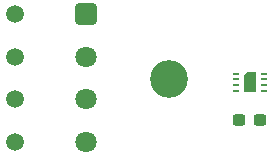
<source format=gbr>
%TF.GenerationSoftware,KiCad,Pcbnew,8.0.6*%
%TF.CreationDate,2025-05-09T13:13:28+02:00*%
%TF.ProjectId,sht31-break,73687433-312d-4627-9265-616b2e6b6963,rev?*%
%TF.SameCoordinates,Original*%
%TF.FileFunction,Soldermask,Top*%
%TF.FilePolarity,Negative*%
%FSLAX46Y46*%
G04 Gerber Fmt 4.6, Leading zero omitted, Abs format (unit mm)*
G04 Created by KiCad (PCBNEW 8.0.6) date 2025-05-09 13:13:28*
%MOMM*%
%LPD*%
G01*
G04 APERTURE LIST*
G04 Aperture macros list*
%AMRoundRect*
0 Rectangle with rounded corners*
0 $1 Rounding radius*
0 $2 $3 $4 $5 $6 $7 $8 $9 X,Y pos of 4 corners*
0 Add a 4 corners polygon primitive as box body*
4,1,4,$2,$3,$4,$5,$6,$7,$8,$9,$2,$3,0*
0 Add four circle primitives for the rounded corners*
1,1,$1+$1,$2,$3*
1,1,$1+$1,$4,$5*
1,1,$1+$1,$6,$7*
1,1,$1+$1,$8,$9*
0 Add four rect primitives between the rounded corners*
20,1,$1+$1,$2,$3,$4,$5,0*
20,1,$1+$1,$4,$5,$6,$7,0*
20,1,$1+$1,$6,$7,$8,$9,0*
20,1,$1+$1,$8,$9,$2,$3,0*%
%AMFreePoly0*
4,1,6,0.500000,-0.850000,-0.500000,-0.850000,-0.500000,0.550000,-0.200000,0.850000,0.500000,0.850000,0.500000,-0.850000,0.500000,-0.850000,$1*%
G04 Aperture macros list end*
%ADD10R,0.550000X0.250000*%
%ADD11FreePoly0,0.000000*%
%ADD12C,1.500000*%
%ADD13RoundRect,0.281250X-0.618750X0.618750X-0.618750X-0.618750X0.618750X-0.618750X0.618750X0.618750X0*%
%ADD14C,1.800000*%
%ADD15C,3.200000*%
%ADD16RoundRect,0.237500X0.300000X0.237500X-0.300000X0.237500X-0.300000X-0.237500X0.300000X-0.237500X0*%
G04 APERTURE END LIST*
D10*
%TO.C,U1*%
X101067700Y-112671900D03*
X101067700Y-113171900D03*
X101067700Y-113671900D03*
X101067700Y-114171900D03*
X103417700Y-114171900D03*
X103417700Y-113671900D03*
X103417700Y-113171900D03*
X103417700Y-112671900D03*
D11*
X102242700Y-113421900D03*
%TD*%
D12*
%TO.C,J1*%
X82397600Y-107633400D03*
X82397600Y-111233400D03*
X82397600Y-114833400D03*
X82397600Y-118433400D03*
D13*
X88397600Y-107633400D03*
D14*
X88397600Y-111233400D03*
X88397600Y-114833400D03*
X88397600Y-118433400D03*
%TD*%
D15*
%TO.C,H1*%
X95421200Y-113113200D03*
%TD*%
D16*
%TO.C,C1*%
X103073200Y-116559500D03*
X101348200Y-116559500D03*
%TD*%
M02*

</source>
